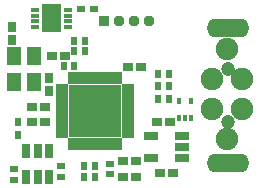
<source format=gts>
G04 #@! TF.FileFunction,Soldermask,Top*
%FSLAX46Y46*%
G04 Gerber Fmt 4.6, Leading zero omitted, Abs format (unit mm)*
G04 Created by KiCad (PCBNEW 4.0.7) date 2018. July 04., Wednesday 00:12:24*
%MOMM*%
%LPD*%
G01*
G04 APERTURE LIST*
%ADD10C,0.150000*%
%ADD11R,0.500000X0.700000*%
%ADD12R,0.700000X0.500000*%
%ADD13R,0.600000X0.700000*%
%ADD14R,0.800000X0.350000*%
%ADD15R,0.930000X1.290000*%
%ADD16R,0.750000X1.160000*%
%ADD17R,0.700000X0.600000*%
%ADD18R,0.400000X0.550000*%
%ADD19C,1.900000*%
%ADD20C,0.950000*%
%ADD21R,0.950000X0.950000*%
%ADD22O,3.600120X1.601140*%
%ADD23C,1.199820*%
%ADD24R,0.900100X0.798500*%
%ADD25R,1.298880X0.719760*%
%ADD26R,1.293800X1.497000*%
%ADD27R,0.798500X0.900100*%
%ADD28R,1.049300X0.599720*%
%ADD29R,0.599720X1.049300*%
%ADD30R,4.399560X4.399560*%
G04 APERTURE END LIST*
D10*
D11*
X-5174400Y-6007100D03*
X-4274400Y-6007100D03*
D12*
X-2997200Y-6711100D03*
X-2997200Y-5811100D03*
D11*
X-5174400Y-6921500D03*
X-4274400Y-6921500D03*
X-6001600Y2476500D03*
X-6901600Y2476500D03*
X1124800Y800100D03*
X2024800Y800100D03*
X1124800Y1816100D03*
X2024800Y1816100D03*
X1124800Y-317500D03*
X2024800Y-317500D03*
D12*
X-11074400Y-6268300D03*
X-11074400Y-7168300D03*
X-7112000Y-6914300D03*
X-7112000Y-6014300D03*
D11*
X-5087200Y4610100D03*
X-5987200Y4610100D03*
X-5087200Y3695700D03*
X-5987200Y3695700D03*
D13*
X-10718800Y-3407500D03*
X-10718800Y-2307500D03*
D14*
X-9324800Y7239700D03*
X-9324800Y6739700D03*
X-9324800Y6239700D03*
X-9324800Y5739700D03*
X-6524800Y5739700D03*
X-6524800Y6239700D03*
X-6524800Y6739700D03*
X-6524800Y7239700D03*
D15*
X-7509800Y5894700D03*
X-7509800Y7084700D03*
X-8339800Y5894700D03*
X-8339800Y7084700D03*
D16*
X-10043200Y-6903900D03*
X-9093200Y-6903900D03*
X-8143200Y-6903900D03*
X-8143200Y-4703900D03*
X-10043200Y-4703900D03*
X-9093200Y-4703900D03*
D17*
X-4326800Y7251700D03*
X-5426800Y7251700D03*
D18*
X2903600Y-1931900D03*
X3903600Y-1931900D03*
X2903600Y-531900D03*
X3403600Y-1931900D03*
X3903600Y-531900D03*
D19*
X8240000Y-1213500D03*
X8240000Y1326500D03*
X6970000Y-3753500D03*
X5700000Y-1213500D03*
X5700000Y1326500D03*
X6970000Y3866500D03*
D20*
X-2235000Y6246500D03*
X-965000Y6246500D03*
D21*
X-3505000Y6246500D03*
D20*
X305000Y6246500D03*
D22*
X6999600Y5683770D03*
X6999600Y-5715750D03*
D23*
X6999600Y-2266430D03*
X6999600Y2234450D03*
D24*
X2377440Y-6616700D03*
X1280160Y-6616700D03*
X-1897380Y-5549900D03*
X-800100Y-5549900D03*
D25*
X3159760Y-5331460D03*
X3159760Y-4381500D03*
X3159760Y-3431540D03*
X523240Y-3431540D03*
X523240Y-5331460D03*
D26*
X-11112500Y3271520D03*
X-9410700Y3271520D03*
X-9410700Y1071880D03*
X-11112500Y1071880D03*
D24*
X-8442960Y-977900D03*
X-9540240Y-977900D03*
D27*
X-8128000Y363220D03*
X-8128000Y1460500D03*
D24*
X-6817360Y3340100D03*
X-7914640Y3340100D03*
X-8442960Y-2247900D03*
X-9540240Y-2247900D03*
D27*
X-11226800Y4671060D03*
X-11226800Y5768340D03*
D24*
X-800100Y-6949440D03*
X-1897380Y-6949440D03*
X-314960Y2374900D03*
X-1412240Y2374900D03*
X1026160Y-2298700D03*
X2123440Y-2298700D03*
D28*
X-7025640Y652780D03*
X-7025640Y152400D03*
X-7025640Y-347980D03*
X-7025640Y-848360D03*
X-7025640Y-1348740D03*
X-7025640Y-1849120D03*
X-7025640Y-2349500D03*
X-7025640Y-2849880D03*
X-7025640Y-3350260D03*
D29*
X-6250940Y-4124960D03*
X-5750560Y-4124960D03*
X-5250180Y-4124960D03*
X-4749800Y-4124960D03*
X-4249420Y-4124960D03*
X-3749040Y-4124960D03*
X-3248660Y-4124960D03*
X-2748280Y-4124960D03*
X-2247900Y-4124960D03*
D28*
X-1473200Y-3350260D03*
X-1473200Y-2849880D03*
X-1473200Y-2349500D03*
X-1473200Y-1849120D03*
X-1473200Y-1348740D03*
X-1473200Y-848360D03*
X-1473200Y-347980D03*
X-1473200Y152400D03*
X-1473200Y652780D03*
D29*
X-2247900Y1427480D03*
X-2748280Y1427480D03*
X-3248660Y1427480D03*
X-3749040Y1427480D03*
X-4249420Y1427480D03*
X-4749800Y1427480D03*
X-5250180Y1427480D03*
X-5750560Y1427480D03*
X-6250940Y1427480D03*
D30*
X-4249420Y-1348740D03*
M02*

</source>
